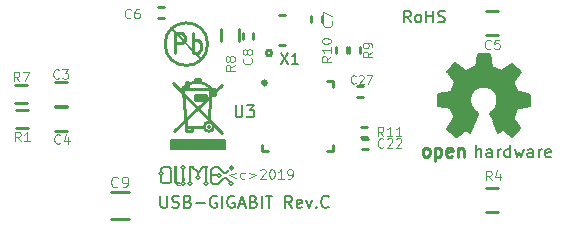
<source format=gbr>
G04 #@! TF.GenerationSoftware,KiCad,Pcbnew,5.99.0-unknown-efbc802~86~ubuntu18.04.1*
G04 #@! TF.CreationDate,2019-09-12T13:39:22+03:00*
G04 #@! TF.ProjectId,USB-GIGABIT_Rev_C,5553422d-4749-4474-9142-49545f526576,rev?*
G04 #@! TF.SameCoordinates,Original*
G04 #@! TF.FileFunction,Legend,Top*
G04 #@! TF.FilePolarity,Positive*
%FSLAX46Y46*%
G04 Gerber Fmt 4.6, Leading zero omitted, Abs format (unit mm)*
G04 Created by KiCad (PCBNEW 5.99.0-unknown-efbc802~86~ubuntu18.04.1) date 2019-09-12 13:39:22*
%MOMM*%
%LPD*%
G04 APERTURE LIST*
%ADD10C,0.100000*%
%ADD11C,0.200000*%
%ADD12C,0.254000*%
%ADD13C,0.150000*%
%ADD14C,0.127000*%
%ADD15C,0.420000*%
%ADD16C,0.370000*%
%ADD17C,0.400000*%
%ADD18C,0.380000*%
%ADD19C,1.000000*%
%ADD20C,0.010000*%
%ADD21C,0.062500*%
%ADD22C,0.012700*%
%ADD23C,0.180000*%
G04 APERTURE END LIST*
D10*
X78333857Y-75203071D02*
X77724333Y-75431642D01*
X78333857Y-75660214D01*
X79057666Y-75698309D02*
X78981476Y-75736404D01*
X78829095Y-75736404D01*
X78752904Y-75698309D01*
X78714809Y-75660214D01*
X78676714Y-75584023D01*
X78676714Y-75355452D01*
X78714809Y-75279261D01*
X78752904Y-75241166D01*
X78829095Y-75203071D01*
X78981476Y-75203071D01*
X79057666Y-75241166D01*
X79400523Y-75203071D02*
X80010047Y-75431642D01*
X79400523Y-75660214D01*
X80352904Y-75012595D02*
X80391000Y-74974500D01*
X80467190Y-74936404D01*
X80657666Y-74936404D01*
X80733857Y-74974500D01*
X80771952Y-75012595D01*
X80810047Y-75088785D01*
X80810047Y-75164976D01*
X80771952Y-75279261D01*
X80314809Y-75736404D01*
X80810047Y-75736404D01*
X81305285Y-74936404D02*
X81381476Y-74936404D01*
X81457666Y-74974500D01*
X81495761Y-75012595D01*
X81533857Y-75088785D01*
X81571952Y-75241166D01*
X81571952Y-75431642D01*
X81533857Y-75584023D01*
X81495761Y-75660214D01*
X81457666Y-75698309D01*
X81381476Y-75736404D01*
X81305285Y-75736404D01*
X81229095Y-75698309D01*
X81191000Y-75660214D01*
X81152904Y-75584023D01*
X81114809Y-75431642D01*
X81114809Y-75241166D01*
X81152904Y-75088785D01*
X81191000Y-75012595D01*
X81229095Y-74974500D01*
X81305285Y-74936404D01*
X82333857Y-75736404D02*
X81876714Y-75736404D01*
X82105285Y-75736404D02*
X82105285Y-74936404D01*
X82029095Y-75050690D01*
X81952904Y-75126880D01*
X81876714Y-75164976D01*
X82714809Y-75736404D02*
X82867190Y-75736404D01*
X82943380Y-75698309D01*
X82981476Y-75660214D01*
X83057666Y-75545928D01*
X83095761Y-75393547D01*
X83095761Y-75088785D01*
X83057666Y-75012595D01*
X83019571Y-74974500D01*
X82943380Y-74936404D01*
X82791000Y-74936404D01*
X82714809Y-74974500D01*
X82676714Y-75012595D01*
X82638619Y-75088785D01*
X82638619Y-75279261D01*
X82676714Y-75355452D01*
X82714809Y-75393547D01*
X82791000Y-75431642D01*
X82943380Y-75431642D01*
X83019571Y-75393547D01*
X83057666Y-75355452D01*
X83095761Y-75279261D01*
D11*
X93091142Y-62491880D02*
X92757809Y-62015690D01*
X92519714Y-62491880D02*
X92519714Y-61491880D01*
X92900666Y-61491880D01*
X92995904Y-61539500D01*
X93043523Y-61587119D01*
X93091142Y-61682357D01*
X93091142Y-61825214D01*
X93043523Y-61920452D01*
X92995904Y-61968071D01*
X92900666Y-62015690D01*
X92519714Y-62015690D01*
X93662571Y-62491880D02*
X93567333Y-62444261D01*
X93519714Y-62396642D01*
X93472095Y-62301404D01*
X93472095Y-62015690D01*
X93519714Y-61920452D01*
X93567333Y-61872833D01*
X93662571Y-61825214D01*
X93805428Y-61825214D01*
X93900666Y-61872833D01*
X93948285Y-61920452D01*
X93995904Y-62015690D01*
X93995904Y-62301404D01*
X93948285Y-62396642D01*
X93900666Y-62444261D01*
X93805428Y-62491880D01*
X93662571Y-62491880D01*
X94424476Y-62491880D02*
X94424476Y-61491880D01*
X94424476Y-61968071D02*
X94995904Y-61968071D01*
X94995904Y-62491880D02*
X94995904Y-61491880D01*
X95424476Y-62444261D02*
X95567333Y-62491880D01*
X95805428Y-62491880D01*
X95900666Y-62444261D01*
X95948285Y-62396642D01*
X95995904Y-62301404D01*
X95995904Y-62206166D01*
X95948285Y-62110928D01*
X95900666Y-62063309D01*
X95805428Y-62015690D01*
X95614952Y-61968071D01*
X95519714Y-61920452D01*
X95472095Y-61872833D01*
X95424476Y-61777595D01*
X95424476Y-61682357D01*
X95472095Y-61587119D01*
X95519714Y-61539500D01*
X95614952Y-61491880D01*
X95853047Y-61491880D01*
X95995904Y-61539500D01*
X71898761Y-77176380D02*
X71898761Y-77985904D01*
X71946380Y-78081142D01*
X71994000Y-78128761D01*
X72089238Y-78176380D01*
X72279714Y-78176380D01*
X72374952Y-78128761D01*
X72422571Y-78081142D01*
X72470190Y-77985904D01*
X72470190Y-77176380D01*
X72898761Y-78128761D02*
X73041619Y-78176380D01*
X73279714Y-78176380D01*
X73374952Y-78128761D01*
X73422571Y-78081142D01*
X73470190Y-77985904D01*
X73470190Y-77890666D01*
X73422571Y-77795428D01*
X73374952Y-77747809D01*
X73279714Y-77700190D01*
X73089238Y-77652571D01*
X72994000Y-77604952D01*
X72946380Y-77557333D01*
X72898761Y-77462095D01*
X72898761Y-77366857D01*
X72946380Y-77271619D01*
X72994000Y-77224000D01*
X73089238Y-77176380D01*
X73327333Y-77176380D01*
X73470190Y-77224000D01*
X74232095Y-77652571D02*
X74374952Y-77700190D01*
X74422571Y-77747809D01*
X74470190Y-77843047D01*
X74470190Y-77985904D01*
X74422571Y-78081142D01*
X74374952Y-78128761D01*
X74279714Y-78176380D01*
X73898761Y-78176380D01*
X73898761Y-77176380D01*
X74232095Y-77176380D01*
X74327333Y-77224000D01*
X74374952Y-77271619D01*
X74422571Y-77366857D01*
X74422571Y-77462095D01*
X74374952Y-77557333D01*
X74327333Y-77604952D01*
X74232095Y-77652571D01*
X73898761Y-77652571D01*
X74898761Y-77795428D02*
X75660666Y-77795428D01*
X76660666Y-77224000D02*
X76565428Y-77176380D01*
X76422571Y-77176380D01*
X76279714Y-77224000D01*
X76184476Y-77319238D01*
X76136857Y-77414476D01*
X76089238Y-77604952D01*
X76089238Y-77747809D01*
X76136857Y-77938285D01*
X76184476Y-78033523D01*
X76279714Y-78128761D01*
X76422571Y-78176380D01*
X76517809Y-78176380D01*
X76660666Y-78128761D01*
X76708285Y-78081142D01*
X76708285Y-77747809D01*
X76517809Y-77747809D01*
X77136857Y-78176380D02*
X77136857Y-77176380D01*
X78136857Y-77224000D02*
X78041619Y-77176380D01*
X77898761Y-77176380D01*
X77755904Y-77224000D01*
X77660666Y-77319238D01*
X77613047Y-77414476D01*
X77565428Y-77604952D01*
X77565428Y-77747809D01*
X77613047Y-77938285D01*
X77660666Y-78033523D01*
X77755904Y-78128761D01*
X77898761Y-78176380D01*
X77994000Y-78176380D01*
X78136857Y-78128761D01*
X78184476Y-78081142D01*
X78184476Y-77747809D01*
X77994000Y-77747809D01*
X78565428Y-77890666D02*
X79041619Y-77890666D01*
X78470190Y-78176380D02*
X78803523Y-77176380D01*
X79136857Y-78176380D01*
X79803523Y-77652571D02*
X79946380Y-77700190D01*
X79994000Y-77747809D01*
X80041619Y-77843047D01*
X80041619Y-77985904D01*
X79994000Y-78081142D01*
X79946380Y-78128761D01*
X79851142Y-78176380D01*
X79470190Y-78176380D01*
X79470190Y-77176380D01*
X79803523Y-77176380D01*
X79898761Y-77224000D01*
X79946380Y-77271619D01*
X79994000Y-77366857D01*
X79994000Y-77462095D01*
X79946380Y-77557333D01*
X79898761Y-77604952D01*
X79803523Y-77652571D01*
X79470190Y-77652571D01*
X80470190Y-78176380D02*
X80470190Y-77176380D01*
X80803523Y-77176380D02*
X81374952Y-77176380D01*
X81089238Y-78176380D02*
X81089238Y-77176380D01*
X83041619Y-78176380D02*
X82708285Y-77700190D01*
X82470190Y-78176380D02*
X82470190Y-77176380D01*
X82851142Y-77176380D01*
X82946380Y-77224000D01*
X82994000Y-77271619D01*
X83041619Y-77366857D01*
X83041619Y-77509714D01*
X82994000Y-77604952D01*
X82946380Y-77652571D01*
X82851142Y-77700190D01*
X82470190Y-77700190D01*
X83851142Y-78128761D02*
X83755904Y-78176380D01*
X83565428Y-78176380D01*
X83470190Y-78128761D01*
X83422571Y-78033523D01*
X83422571Y-77652571D01*
X83470190Y-77557333D01*
X83565428Y-77509714D01*
X83755904Y-77509714D01*
X83851142Y-77557333D01*
X83898761Y-77652571D01*
X83898761Y-77747809D01*
X83422571Y-77843047D01*
X84232095Y-77509714D02*
X84470190Y-78176380D01*
X84708285Y-77509714D01*
X85089238Y-78081142D02*
X85136857Y-78128761D01*
X85089238Y-78176380D01*
X85041619Y-78128761D01*
X85089238Y-78081142D01*
X85089238Y-78176380D01*
X86136857Y-78081142D02*
X86089238Y-78128761D01*
X85946380Y-78176380D01*
X85851142Y-78176380D01*
X85708285Y-78128761D01*
X85613047Y-78033523D01*
X85565428Y-77938285D01*
X85517809Y-77747809D01*
X85517809Y-77604952D01*
X85565428Y-77414476D01*
X85613047Y-77319238D01*
X85708285Y-77224000D01*
X85851142Y-77176380D01*
X85946380Y-77176380D01*
X86089238Y-77224000D01*
X86136857Y-77271619D01*
D12*
X80502800Y-73402700D02*
X80502800Y-72894700D01*
X81010800Y-73402700D02*
X80502800Y-73402700D01*
X86497200Y-73402700D02*
X85989200Y-73402700D01*
X86497200Y-72894700D02*
X86497200Y-73402700D01*
X86497200Y-67408300D02*
X85989200Y-67408300D01*
X86497200Y-67916300D02*
X86497200Y-67408300D01*
X80885605Y-67611500D02*
G75*
G03X80885605Y-67611500I-179605J0D01*
G01*
X88823800Y-68783200D02*
X88569800Y-68783200D01*
X88823800Y-68783200D02*
X89077800Y-68783200D01*
X88823800Y-67894200D02*
X89077800Y-67894200D01*
X88823800Y-67894200D02*
X88569800Y-67894200D01*
D13*
X77327500Y-72403500D02*
X77327500Y-73165500D01*
X72755500Y-72403500D02*
X77327500Y-72403500D01*
X72755500Y-73165500D02*
X72755500Y-72403500D01*
X77327500Y-73165500D02*
X72755500Y-73165500D01*
X77276700Y-72454300D02*
X72857100Y-72454300D01*
X72806300Y-72555900D02*
X77276700Y-72555900D01*
X77276700Y-72708300D02*
X72857100Y-72708300D01*
X77276700Y-72860700D02*
X72857100Y-72860700D01*
X72806300Y-72606700D02*
X77225900Y-72606700D01*
X72806300Y-72759100D02*
X77276700Y-72759100D01*
X77225900Y-72962300D02*
X72857100Y-72962300D01*
X72806300Y-73063900D02*
X77225900Y-73063900D01*
D12*
X72961500Y-67627500D02*
X77152500Y-71818500D01*
X73088500Y-71691500D02*
X77152500Y-67754500D01*
X74104500Y-71310500D02*
X75501500Y-71310500D01*
X74104500Y-71310500D02*
X73850500Y-68262500D01*
X73596500Y-68135500D02*
X76517500Y-68135500D01*
X74612500Y-71691500D02*
X74612500Y-71437500D01*
X74104500Y-71691500D02*
X74612500Y-71691500D01*
X74104500Y-71310500D02*
X74104500Y-71691500D01*
X76009500Y-70802500D02*
X76136500Y-68770500D01*
X76411109Y-71310500D02*
G75*
G03X76411109Y-71310500I-401609J0D01*
G01*
X74231500Y-67500500D02*
X74231500Y-68008500D01*
X74104500Y-67500500D02*
X74231500Y-67500500D01*
X74104500Y-68008500D02*
X74104500Y-67500500D01*
X76517500Y-68643500D02*
X76517500Y-68135500D01*
X76136500Y-68643500D02*
X76517500Y-68643500D01*
X76136500Y-68135500D02*
X76136500Y-68643500D01*
X76263500Y-68262500D02*
X76263500Y-68389500D01*
X76263500Y-68135500D02*
X76390500Y-68516500D01*
X76263500Y-68262500D02*
X76263500Y-68389500D01*
X76390500Y-68262500D02*
X76390500Y-68643500D01*
X76263500Y-68262500D02*
X76390500Y-68262500D01*
X76263500Y-68643500D02*
X76263500Y-68262500D01*
X74866500Y-69024500D02*
X74866500Y-68643500D01*
X75755500Y-69024500D02*
X74866500Y-69024500D01*
X75755500Y-68643500D02*
X75755500Y-69024500D01*
X74866500Y-68643500D02*
X75755500Y-68643500D01*
X74993500Y-68770500D02*
X75628500Y-68770500D01*
X75247500Y-67246500D02*
X74866500Y-67246500D01*
X75247500Y-67373500D02*
X75247500Y-67246500D01*
X74866500Y-67373500D02*
X75247500Y-67373500D01*
X74866500Y-67246500D02*
X74866500Y-67373500D01*
X76136500Y-68008500D02*
G75*
G03X73850500Y-68008500I-1143000J-1143000D01*
G01*
D14*
X76136500Y-71310500D02*
G75*
G03X76136500Y-71310500I-127000J0D01*
G01*
D12*
X75894037Y-64328040D02*
G75*
G03X75894037Y-64328040I-1802237J0D01*
G01*
D11*
X72931020Y-63164720D02*
X75364340Y-65585340D01*
D15*
X98049080Y-71638160D02*
X98600260Y-70215760D01*
D16*
X97703640Y-71452740D02*
X98021140Y-71658480D01*
D17*
X96913700Y-72001380D02*
X97693480Y-71470520D01*
D18*
X96337120Y-71462900D02*
X96901000Y-72001380D01*
D16*
X96352360Y-71462900D02*
X96885760Y-70629780D01*
X96527620Y-69702680D02*
X96885760Y-70586600D01*
X95549720Y-69461380D02*
X96499680Y-69679820D01*
D18*
X95559880Y-68684140D02*
X95554800Y-69471540D01*
D16*
X95547180Y-68671440D02*
X96565720Y-68491100D01*
X96596200Y-68455540D02*
X96944180Y-67589400D01*
X96367600Y-66687700D02*
X96923860Y-67538600D01*
D18*
X96357440Y-66664840D02*
X96857820Y-66131440D01*
D16*
X96906080Y-66106040D02*
X97734120Y-66758820D01*
X97795080Y-66748660D02*
X98640900Y-66342260D01*
X98899980Y-65308480D02*
X98694240Y-66321940D01*
X98892360Y-65295780D02*
X99677220Y-65295780D01*
X99659440Y-65316100D02*
X99872800Y-66334640D01*
X99872800Y-66334640D02*
X100774500Y-66784220D01*
X100787200Y-66779140D02*
X101691440Y-66144700D01*
X101691440Y-66146680D02*
X102245160Y-66692780D01*
X102245160Y-66695320D02*
X101627940Y-67485260D01*
X101627940Y-67485260D02*
X101968300Y-68422520D01*
X101968300Y-68422520D02*
X103050340Y-68651120D01*
X103050340Y-68651120D02*
X103050340Y-69486780D01*
X103050340Y-69486780D02*
X102036880Y-69656960D01*
X102036880Y-69656960D02*
X101630480Y-70568820D01*
X101681280Y-72016620D02*
X100845620Y-71450200D01*
X100845620Y-71450200D02*
X100507800Y-71635620D01*
X100507800Y-71635620D02*
X99933760Y-70195440D01*
X99943920Y-70192900D02*
G75*
G03X100314760Y-68328540I-746760J1117600D01*
G01*
X100324920Y-68343780D02*
G75*
G03X98399600Y-68145660I-1061720J-863600D01*
G01*
X98374200Y-68171060D02*
G75*
G03X98450400Y-70025260I965200J-889000D01*
G01*
X101630480Y-70568820D02*
X102250240Y-71455280D01*
X101696520Y-72009000D02*
X102250240Y-71462900D01*
D13*
X98130360Y-71818500D02*
X98780600Y-70149720D01*
X97746820Y-71615300D02*
X98092260Y-71836280D01*
X97734120Y-71605140D02*
X96908620Y-72169020D01*
X96901000Y-72176640D02*
X96179640Y-71483220D01*
X96172020Y-71480680D02*
X96768920Y-70617080D01*
X95410020Y-69573140D02*
X96481900Y-69768720D01*
X95410020Y-68580000D02*
X95410020Y-69565520D01*
X95407480Y-68577460D02*
X96578420Y-68374260D01*
X96476820Y-68379340D02*
X96812100Y-67546220D01*
X96215200Y-66695320D02*
X96809560Y-67548760D01*
X96194880Y-66659760D02*
X96867980Y-65946020D01*
X96880680Y-65943480D02*
X97850960Y-66659760D01*
X97815400Y-66591180D02*
X98719640Y-66212720D01*
X98803460Y-65196720D02*
X98602800Y-66222880D01*
X98813620Y-65189100D02*
X99778820Y-65189100D01*
X99778820Y-65189100D02*
X100004880Y-66360040D01*
X99994720Y-66278760D02*
X100799900Y-66616580D01*
X100680520Y-66664840D02*
X101691440Y-65991740D01*
X101696520Y-65989200D02*
X102389940Y-66680080D01*
X102395020Y-66687700D02*
X101691440Y-67678300D01*
X101780340Y-67569080D02*
X102146100Y-68437760D01*
X103083360Y-69339460D02*
X101975920Y-69562980D01*
X103167180Y-68597780D02*
X103164640Y-69555360D01*
X102029260Y-69786500D02*
X103151940Y-69575680D01*
X102133400Y-69753480D02*
X101752400Y-70733920D01*
X102100380Y-71389240D02*
X101615240Y-71920100D01*
X101704140Y-72163940D02*
X102387400Y-71473060D01*
X100817680Y-71549260D02*
X101693980Y-72169020D01*
X101681280Y-71854060D02*
X100860860Y-71325740D01*
X100998020Y-71521320D02*
X100469700Y-71848980D01*
X100469700Y-71848980D02*
X100083620Y-70868540D01*
X100078540Y-70170040D02*
X100606860Y-71551800D01*
X95702120Y-68767960D02*
X95702120Y-69418200D01*
X95559880Y-68823840D02*
X96674940Y-68577460D01*
X97088960Y-67556380D02*
X96702880Y-68554600D01*
X97094040Y-67561460D02*
X96492060Y-66652140D01*
X96850200Y-66207640D02*
X97734120Y-66929000D01*
X100121720Y-70228460D02*
X100299520Y-70106540D01*
X100299520Y-70106540D02*
X100675440Y-69395340D01*
X100675440Y-69395340D02*
X100675440Y-68877180D01*
X100680520Y-68889880D02*
X100446840Y-68216780D01*
X100446840Y-68216780D02*
X99936300Y-67787520D01*
X99936300Y-67787520D02*
X99120960Y-67627500D01*
X99120960Y-67619880D02*
X98249740Y-68049140D01*
X98249740Y-68049140D02*
X97830640Y-68780660D01*
X97825560Y-68785740D02*
X97957640Y-69608700D01*
X97962720Y-69639180D02*
X98056700Y-69809360D01*
X97962720Y-69639180D02*
X98056700Y-69809360D01*
X98186240Y-69860160D02*
X98445320Y-70197980D01*
X98554540Y-69974460D02*
X98780600Y-70149720D01*
X100055680Y-69977000D02*
X99801680Y-70142100D01*
X99918520Y-70431660D02*
X99796600Y-70147180D01*
X97739200Y-66926460D02*
X98722180Y-66433700D01*
X98069400Y-69839840D02*
X98376740Y-70106540D01*
D19*
X97053400Y-71269860D02*
X97906840Y-70248780D01*
X96017080Y-69065140D02*
X97434400Y-69004180D01*
X97002600Y-66779140D02*
X98064320Y-67886580D01*
X99263200Y-65803780D02*
X99268280Y-67317620D01*
X101528880Y-66860420D02*
X100416360Y-67927220D01*
X102519480Y-69044820D02*
X101051360Y-69131180D01*
X97729040Y-71097140D02*
X98094800Y-70335140D01*
X97063560Y-70197980D02*
X97627440Y-69717920D01*
X96814640Y-69552820D02*
X97520760Y-69425820D01*
X97139760Y-68308220D02*
X97581720Y-68468240D01*
X97315020Y-67828160D02*
X97772220Y-68117720D01*
X98313240Y-67050920D02*
X98488500Y-67409060D01*
X98747580Y-66791840D02*
X98915220Y-67401440D01*
X100012500Y-66807080D02*
X99791520Y-67492880D01*
X100599240Y-67058540D02*
X100180140Y-67645280D01*
X101467920Y-67927220D02*
X100812600Y-68292980D01*
X101709220Y-68620640D02*
X100987860Y-68767960D01*
X100873560Y-69778880D02*
X101483160Y-69885560D01*
X100553520Y-70197980D02*
X101170740Y-70525640D01*
X100439220Y-70335140D02*
X101620320Y-71348600D01*
X100439220Y-70243700D02*
X100771960Y-70975220D01*
D13*
X72156339Y-75285600D02*
G75*
G03X72156339Y-75285600I-172739J0D01*
G01*
D11*
X72618600Y-74766700D02*
X72771000Y-74917300D01*
X72771000Y-74955400D02*
X72771000Y-75958700D01*
X72631300Y-76123800D02*
X72771000Y-75984100D01*
X71983600Y-75514200D02*
X71983600Y-75958700D01*
X73126600Y-74764900D02*
X73126600Y-75946000D01*
X73126600Y-75946000D02*
X73304400Y-76111100D01*
X73304400Y-76111100D02*
X73583800Y-76111100D01*
D13*
X73985139Y-76123800D02*
G75*
G03X73985139Y-76123800I-172739J0D01*
G01*
D11*
X73812400Y-74980800D02*
X73812400Y-75692000D01*
D13*
X73985139Y-74752200D02*
G75*
G03X73985139Y-74752200I-172739J0D01*
G01*
X74556639Y-76123800D02*
G75*
G03X74556639Y-76123800I-172739J0D01*
G01*
D11*
X74383900Y-75907900D02*
X74383900Y-74739500D01*
X74383900Y-74739500D02*
X74612500Y-74739500D01*
X74612500Y-74739500D02*
X75057000Y-75184000D01*
X75057000Y-75184000D02*
X75057000Y-75387200D01*
X75057000Y-75209400D02*
X75539600Y-74739500D01*
D13*
X75229739Y-75615800D02*
G75*
G03X75229739Y-75615800I-172739J0D01*
G01*
D11*
X75539600Y-74739500D02*
X75755500Y-74739500D01*
X75755500Y-74739500D02*
X75755500Y-75869800D01*
D13*
X75928239Y-76123800D02*
G75*
G03X75928239Y-76123800I-172739J0D01*
G01*
X78061839Y-76136500D02*
G75*
G03X78061839Y-76136500I-172739J0D01*
G01*
D11*
X77774800Y-75971400D02*
X77482700Y-75679300D01*
X77482700Y-75679300D02*
X77292200Y-75679300D01*
X77292200Y-75679300D02*
X76784200Y-76187300D01*
X76784200Y-76187300D02*
X76390500Y-76187300D01*
X76390500Y-76187300D02*
X76225400Y-76009500D01*
X76225400Y-76009500D02*
X76225400Y-75438000D01*
X76225400Y-74942700D02*
X76403200Y-74764900D01*
X76225400Y-75450700D02*
X76225400Y-74942700D01*
X76403200Y-74764900D02*
X76796900Y-74764900D01*
X76796900Y-74764900D02*
X77292200Y-75260200D01*
X77292200Y-75260200D02*
X77495400Y-75260200D01*
X77495400Y-75260200D02*
X77749400Y-75006200D01*
D13*
X78074539Y-74828400D02*
G75*
G03X78074539Y-74828400I-172739J0D01*
G01*
D11*
X76657200Y-75438000D02*
X76225400Y-75438000D01*
D13*
X77033139Y-75438000D02*
G75*
G03X77033139Y-75438000I-172739J0D01*
G01*
D11*
X72136000Y-74764900D02*
X72618600Y-74764900D01*
X71983600Y-74917300D02*
X72136000Y-74764900D01*
X71983600Y-75082400D02*
X71983600Y-74917300D01*
X72136000Y-76123800D02*
X71983600Y-75984100D01*
X72631300Y-76123800D02*
X72136000Y-76123800D01*
D20*
X73025000Y-74663300D02*
X73025000Y-75958700D01*
X73126600Y-74663300D02*
X73025000Y-74663300D01*
X73025000Y-75984100D02*
X73266300Y-76212700D01*
X73025000Y-75971400D02*
X73025000Y-75984100D01*
X73025000Y-75958700D02*
X73025000Y-75971400D01*
X73037700Y-75996800D02*
X73025000Y-75971400D01*
X73266300Y-76212700D02*
X73583800Y-76212700D01*
X73279000Y-76212700D02*
X73266300Y-76200000D01*
X73228200Y-74663300D02*
X73228200Y-75920600D01*
X73126600Y-74663300D02*
X73228200Y-74663300D01*
D21*
X73052940Y-74693780D02*
X73101200Y-74693780D01*
X73149460Y-74696320D02*
X73197720Y-74696320D01*
D22*
X73032620Y-74665840D02*
X73032620Y-74739500D01*
X73218040Y-74665840D02*
X73218040Y-74744580D01*
X73906380Y-75791060D02*
X73715880Y-75791060D01*
X73906380Y-75694540D02*
X73906380Y-75791060D01*
X73715880Y-75791060D02*
X73715880Y-74968100D01*
X73720960Y-75778360D02*
X73903840Y-75778360D01*
X73718420Y-75765660D02*
X73901300Y-75765660D01*
X73718420Y-75752960D02*
X73901300Y-75752960D01*
X73718420Y-75740260D02*
X73903840Y-75740260D01*
X74289920Y-74645520D02*
X74617580Y-74645520D01*
X74289920Y-74742040D02*
X74289920Y-74645520D01*
X74343260Y-74658220D02*
X74297540Y-74658220D01*
X74300080Y-74650600D02*
X74300080Y-74691240D01*
X74302620Y-74670920D02*
X74317860Y-74670920D01*
X75849480Y-74645520D02*
X75849480Y-74742040D01*
X75763120Y-74645520D02*
X75849480Y-74645520D01*
X75803760Y-74655680D02*
X75841860Y-74655680D01*
X75839320Y-74660760D02*
X75839320Y-74691240D01*
X75816460Y-74665840D02*
X75836780Y-74665840D01*
X75831700Y-74663300D02*
X75831700Y-74678540D01*
D12*
X89150000Y-71305500D02*
X89404000Y-71305500D01*
X89150000Y-71305500D02*
X88896000Y-71305500D01*
X89150000Y-72194500D02*
X88896000Y-72194500D01*
X89150000Y-72194500D02*
X89404000Y-72194500D01*
X64008000Y-69557900D02*
X62992000Y-69557900D01*
X64008000Y-67525900D02*
X62992000Y-67525900D01*
X64033400Y-71691500D02*
X63017400Y-71691500D01*
X64033400Y-69659500D02*
X63017400Y-69659500D01*
X100520500Y-63563500D02*
X99504500Y-63563500D01*
X100520500Y-61531500D02*
X99504500Y-61531500D01*
X71953500Y-62087000D02*
X71699500Y-62087000D01*
X71953500Y-62087000D02*
X72207500Y-62087000D01*
X71953500Y-61198000D02*
X72207500Y-61198000D01*
X71953500Y-61198000D02*
X71699500Y-61198000D01*
X84653500Y-62214000D02*
X84653500Y-61960000D01*
X84653500Y-62214000D02*
X84653500Y-62468000D01*
X85542500Y-62214000D02*
X85542500Y-62468000D01*
X85542500Y-62214000D02*
X85542500Y-61960000D01*
X79764000Y-63674500D02*
X79764000Y-63928500D01*
X79764000Y-63674500D02*
X79764000Y-63420500D01*
X78875000Y-63674500D02*
X78875000Y-63420500D01*
X78875000Y-63674500D02*
X78875000Y-63928500D01*
X69262000Y-76857000D02*
X67738000Y-76857000D01*
X69262000Y-79143000D02*
X67738000Y-79143000D01*
X89187400Y-73244500D02*
X88933400Y-73244500D01*
X89187400Y-73244500D02*
X89441400Y-73244500D01*
X89187400Y-72355500D02*
X89441400Y-72355500D01*
X89187400Y-72355500D02*
X88933400Y-72355500D01*
X100520500Y-78549500D02*
X99504500Y-78549500D01*
X100520500Y-76517500D02*
X99504500Y-76517500D01*
X77033500Y-64055500D02*
X77033500Y-63039500D01*
X78557500Y-64055500D02*
X78557500Y-63039500D01*
X87905500Y-64850000D02*
X87905500Y-64596000D01*
X87905500Y-64850000D02*
X87905500Y-65104000D01*
X88794500Y-64850000D02*
X88794500Y-65104000D01*
X88794500Y-64850000D02*
X88794500Y-64596000D01*
X86804500Y-64850000D02*
X86804500Y-64596000D01*
X86804500Y-64850000D02*
X86804500Y-65104000D01*
X87693500Y-64850000D02*
X87693500Y-65104000D01*
X87693500Y-64850000D02*
X87693500Y-64596000D01*
X59677300Y-69926200D02*
X60693300Y-69926200D01*
X59677300Y-71450200D02*
X60693300Y-71450200D01*
X59588400Y-67779900D02*
X60604400Y-67779900D01*
X59588400Y-69303900D02*
X60604400Y-69303900D01*
X81343500Y-65074800D02*
G75*
G03X81343500Y-65074800I-254000J0D01*
G01*
X82486500Y-64439800D02*
X81978500Y-64439800D01*
X82486500Y-61899800D02*
X81978500Y-61899800D01*
D13*
X78266095Y-69509480D02*
X78266095Y-70319004D01*
X78313714Y-70414242D01*
X78361333Y-70461861D01*
X78456571Y-70509480D01*
X78647047Y-70509480D01*
X78742285Y-70461861D01*
X78789904Y-70414242D01*
X78837523Y-70319004D01*
X78837523Y-69509480D01*
X79218476Y-69509480D02*
X79837523Y-69509480D01*
X79504190Y-69890433D01*
X79647047Y-69890433D01*
X79742285Y-69938052D01*
X79789904Y-69985671D01*
X79837523Y-70080909D01*
X79837523Y-70319004D01*
X79789904Y-70414242D01*
X79742285Y-70461861D01*
X79647047Y-70509480D01*
X79361333Y-70509480D01*
X79266095Y-70461861D01*
X79218476Y-70414242D01*
D10*
X88450000Y-67600000D02*
X88416666Y-67633333D01*
X88316666Y-67666666D01*
X88250000Y-67666666D01*
X88150000Y-67633333D01*
X88083333Y-67566666D01*
X88050000Y-67500000D01*
X88016666Y-67366666D01*
X88016666Y-67266666D01*
X88050000Y-67133333D01*
X88083333Y-67066666D01*
X88150000Y-67000000D01*
X88250000Y-66966666D01*
X88316666Y-66966666D01*
X88416666Y-67000000D01*
X88450000Y-67033333D01*
X88716666Y-67033333D02*
X88750000Y-67000000D01*
X88816666Y-66966666D01*
X88983333Y-66966666D01*
X89050000Y-67000000D01*
X89083333Y-67033333D01*
X89116666Y-67100000D01*
X89116666Y-67166666D01*
X89083333Y-67266666D01*
X88683333Y-67666666D01*
X89116666Y-67666666D01*
X89350000Y-66966666D02*
X89816666Y-66966666D01*
X89516666Y-67666666D01*
D12*
X73137211Y-65076767D02*
X73137211Y-63376767D01*
X73708640Y-63376767D01*
X73851497Y-63457720D01*
X73922925Y-63538672D01*
X73994354Y-63700577D01*
X73994354Y-63943434D01*
X73922925Y-64105339D01*
X73851497Y-64186291D01*
X73708640Y-64267243D01*
X73137211Y-64267243D01*
X74637211Y-65076767D02*
X74637211Y-63376767D01*
X74637211Y-64024386D02*
X74780068Y-63943434D01*
X75065782Y-63943434D01*
X75208640Y-64024386D01*
X75280068Y-64105339D01*
X75351497Y-64267243D01*
X75351497Y-64752958D01*
X75280068Y-64914862D01*
X75208640Y-64995815D01*
X75065782Y-65076767D01*
X74780068Y-65076767D01*
X74637211Y-64995815D01*
X94329601Y-73850279D02*
X94224840Y-73797898D01*
X94172459Y-73745517D01*
X94120078Y-73640755D01*
X94120078Y-73326469D01*
X94172459Y-73221707D01*
X94224840Y-73169326D01*
X94329601Y-73116945D01*
X94486744Y-73116945D01*
X94591506Y-73169326D01*
X94643887Y-73221707D01*
X94696268Y-73326469D01*
X94696268Y-73640755D01*
X94643887Y-73745517D01*
X94591506Y-73797898D01*
X94486744Y-73850279D01*
X94329601Y-73850279D01*
X95167697Y-73116945D02*
X95167697Y-74216945D01*
X95167697Y-73169326D02*
X95272459Y-73116945D01*
X95481982Y-73116945D01*
X95586744Y-73169326D01*
X95639125Y-73221707D01*
X95691506Y-73326469D01*
X95691506Y-73640755D01*
X95639125Y-73745517D01*
X95586744Y-73797898D01*
X95481982Y-73850279D01*
X95272459Y-73850279D01*
X95167697Y-73797898D01*
X96581982Y-73797898D02*
X96477220Y-73850279D01*
X96267697Y-73850279D01*
X96162935Y-73797898D01*
X96110554Y-73693136D01*
X96110554Y-73274088D01*
X96162935Y-73169326D01*
X96267697Y-73116945D01*
X96477220Y-73116945D01*
X96581982Y-73169326D01*
X96634363Y-73274088D01*
X96634363Y-73378850D01*
X96110554Y-73483612D01*
X97105792Y-73116945D02*
X97105792Y-73850279D01*
X97105792Y-73221707D02*
X97158173Y-73169326D01*
X97262935Y-73116945D01*
X97420078Y-73116945D01*
X97524840Y-73169326D01*
X97577220Y-73274088D01*
X97577220Y-73850279D01*
D23*
X98645102Y-73896480D02*
X98645102Y-72896480D01*
X99073674Y-73896480D02*
X99073674Y-73372671D01*
X99026055Y-73277433D01*
X98930817Y-73229814D01*
X98787960Y-73229814D01*
X98692721Y-73277433D01*
X98645102Y-73325052D01*
X99978436Y-73896480D02*
X99978436Y-73372671D01*
X99930817Y-73277433D01*
X99835579Y-73229814D01*
X99645102Y-73229814D01*
X99549864Y-73277433D01*
X99978436Y-73848861D02*
X99883198Y-73896480D01*
X99645102Y-73896480D01*
X99549864Y-73848861D01*
X99502245Y-73753623D01*
X99502245Y-73658385D01*
X99549864Y-73563147D01*
X99645102Y-73515528D01*
X99883198Y-73515528D01*
X99978436Y-73467909D01*
X100454626Y-73896480D02*
X100454626Y-73229814D01*
X100454626Y-73420290D02*
X100502245Y-73325052D01*
X100549864Y-73277433D01*
X100645102Y-73229814D01*
X100740340Y-73229814D01*
X101502245Y-73896480D02*
X101502245Y-72896480D01*
X101502245Y-73848861D02*
X101407007Y-73896480D01*
X101216531Y-73896480D01*
X101121293Y-73848861D01*
X101073674Y-73801242D01*
X101026055Y-73706004D01*
X101026055Y-73420290D01*
X101073674Y-73325052D01*
X101121293Y-73277433D01*
X101216531Y-73229814D01*
X101407007Y-73229814D01*
X101502245Y-73277433D01*
X101883198Y-73229814D02*
X102073674Y-73896480D01*
X102264150Y-73420290D01*
X102454626Y-73896480D01*
X102645102Y-73229814D01*
X103454626Y-73896480D02*
X103454626Y-73372671D01*
X103407007Y-73277433D01*
X103311769Y-73229814D01*
X103121293Y-73229814D01*
X103026055Y-73277433D01*
X103454626Y-73848861D02*
X103359388Y-73896480D01*
X103121293Y-73896480D01*
X103026055Y-73848861D01*
X102978436Y-73753623D01*
X102978436Y-73658385D01*
X103026055Y-73563147D01*
X103121293Y-73515528D01*
X103359388Y-73515528D01*
X103454626Y-73467909D01*
X103930817Y-73896480D02*
X103930817Y-73229814D01*
X103930817Y-73420290D02*
X103978436Y-73325052D01*
X104026055Y-73277433D01*
X104121293Y-73229814D01*
X104216531Y-73229814D01*
X104930817Y-73848861D02*
X104835579Y-73896480D01*
X104645102Y-73896480D01*
X104549864Y-73848861D01*
X104502245Y-73753623D01*
X104502245Y-73372671D01*
X104549864Y-73277433D01*
X104645102Y-73229814D01*
X104835579Y-73229814D01*
X104930817Y-73277433D01*
X104978436Y-73372671D01*
X104978436Y-73467909D01*
X104502245Y-73563147D01*
D10*
X90785714Y-72111904D02*
X90519047Y-71730952D01*
X90328571Y-72111904D02*
X90328571Y-71311904D01*
X90633333Y-71311904D01*
X90709523Y-71350000D01*
X90747619Y-71388095D01*
X90785714Y-71464285D01*
X90785714Y-71578571D01*
X90747619Y-71654761D01*
X90709523Y-71692857D01*
X90633333Y-71730952D01*
X90328571Y-71730952D01*
X91547619Y-72111904D02*
X91090476Y-72111904D01*
X91319047Y-72111904D02*
X91319047Y-71311904D01*
X91242857Y-71426190D01*
X91166666Y-71502380D01*
X91090476Y-71540476D01*
X92309523Y-72111904D02*
X91852380Y-72111904D01*
X92080952Y-72111904D02*
X92080952Y-71311904D01*
X92004761Y-71426190D01*
X91928571Y-71502380D01*
X91852380Y-71540476D01*
X63316666Y-67185714D02*
X63278571Y-67223809D01*
X63164285Y-67261904D01*
X63088095Y-67261904D01*
X62973809Y-67223809D01*
X62897619Y-67147619D01*
X62859523Y-67071428D01*
X62821428Y-66919047D01*
X62821428Y-66804761D01*
X62859523Y-66652380D01*
X62897619Y-66576190D01*
X62973809Y-66500000D01*
X63088095Y-66461904D01*
X63164285Y-66461904D01*
X63278571Y-66500000D01*
X63316666Y-66538095D01*
X63583333Y-66461904D02*
X64078571Y-66461904D01*
X63811904Y-66766666D01*
X63926190Y-66766666D01*
X64002380Y-66804761D01*
X64040476Y-66842857D01*
X64078571Y-66919047D01*
X64078571Y-67109523D01*
X64040476Y-67185714D01*
X64002380Y-67223809D01*
X63926190Y-67261904D01*
X63697619Y-67261904D01*
X63621428Y-67223809D01*
X63583333Y-67185714D01*
X63416666Y-72685714D02*
X63378571Y-72723809D01*
X63264285Y-72761904D01*
X63188095Y-72761904D01*
X63073809Y-72723809D01*
X62997619Y-72647619D01*
X62959523Y-72571428D01*
X62921428Y-72419047D01*
X62921428Y-72304761D01*
X62959523Y-72152380D01*
X62997619Y-72076190D01*
X63073809Y-72000000D01*
X63188095Y-71961904D01*
X63264285Y-71961904D01*
X63378571Y-72000000D01*
X63416666Y-72038095D01*
X64102380Y-72228571D02*
X64102380Y-72761904D01*
X63911904Y-71923809D02*
X63721428Y-72495238D01*
X64216666Y-72495238D01*
X99866666Y-64685714D02*
X99828571Y-64723809D01*
X99714285Y-64761904D01*
X99638095Y-64761904D01*
X99523809Y-64723809D01*
X99447619Y-64647619D01*
X99409523Y-64571428D01*
X99371428Y-64419047D01*
X99371428Y-64304761D01*
X99409523Y-64152380D01*
X99447619Y-64076190D01*
X99523809Y-64000000D01*
X99638095Y-63961904D01*
X99714285Y-63961904D01*
X99828571Y-64000000D01*
X99866666Y-64038095D01*
X100590476Y-63961904D02*
X100209523Y-63961904D01*
X100171428Y-64342857D01*
X100209523Y-64304761D01*
X100285714Y-64266666D01*
X100476190Y-64266666D01*
X100552380Y-64304761D01*
X100590476Y-64342857D01*
X100628571Y-64419047D01*
X100628571Y-64609523D01*
X100590476Y-64685714D01*
X100552380Y-64723809D01*
X100476190Y-64761904D01*
X100285714Y-64761904D01*
X100209523Y-64723809D01*
X100171428Y-64685714D01*
X69399166Y-62071214D02*
X69361071Y-62109309D01*
X69246785Y-62147404D01*
X69170595Y-62147404D01*
X69056309Y-62109309D01*
X68980119Y-62033119D01*
X68942023Y-61956928D01*
X68903928Y-61804547D01*
X68903928Y-61690261D01*
X68942023Y-61537880D01*
X68980119Y-61461690D01*
X69056309Y-61385500D01*
X69170595Y-61347404D01*
X69246785Y-61347404D01*
X69361071Y-61385500D01*
X69399166Y-61423595D01*
X70084880Y-61347404D02*
X69932500Y-61347404D01*
X69856309Y-61385500D01*
X69818214Y-61423595D01*
X69742023Y-61537880D01*
X69703928Y-61690261D01*
X69703928Y-61995023D01*
X69742023Y-62071214D01*
X69780119Y-62109309D01*
X69856309Y-62147404D01*
X70008690Y-62147404D01*
X70084880Y-62109309D01*
X70122976Y-62071214D01*
X70161071Y-61995023D01*
X70161071Y-61804547D01*
X70122976Y-61728357D01*
X70084880Y-61690261D01*
X70008690Y-61652166D01*
X69856309Y-61652166D01*
X69780119Y-61690261D01*
X69742023Y-61728357D01*
X69703928Y-61804547D01*
X86391714Y-62401433D02*
X86429809Y-62439528D01*
X86467904Y-62553814D01*
X86467904Y-62630004D01*
X86429809Y-62744290D01*
X86353619Y-62820480D01*
X86277428Y-62858576D01*
X86125047Y-62896671D01*
X86010761Y-62896671D01*
X85858380Y-62858576D01*
X85782190Y-62820480D01*
X85706000Y-62744290D01*
X85667904Y-62630004D01*
X85667904Y-62553814D01*
X85706000Y-62439528D01*
X85744095Y-62401433D01*
X85667904Y-62134766D02*
X85667904Y-61601433D01*
X86467904Y-61944290D01*
X79597214Y-65538333D02*
X79635309Y-65576428D01*
X79673404Y-65690714D01*
X79673404Y-65766904D01*
X79635309Y-65881190D01*
X79559119Y-65957380D01*
X79482928Y-65995476D01*
X79330547Y-66033571D01*
X79216261Y-66033571D01*
X79063880Y-65995476D01*
X78987690Y-65957380D01*
X78911500Y-65881190D01*
X78873404Y-65766904D01*
X78873404Y-65690714D01*
X78911500Y-65576428D01*
X78949595Y-65538333D01*
X79216261Y-65081190D02*
X79178166Y-65157380D01*
X79140071Y-65195476D01*
X79063880Y-65233571D01*
X79025785Y-65233571D01*
X78949595Y-65195476D01*
X78911500Y-65157380D01*
X78873404Y-65081190D01*
X78873404Y-64928809D01*
X78911500Y-64852619D01*
X78949595Y-64814523D01*
X79025785Y-64776428D01*
X79063880Y-64776428D01*
X79140071Y-64814523D01*
X79178166Y-64852619D01*
X79216261Y-64928809D01*
X79216261Y-65081190D01*
X79254357Y-65157380D01*
X79292452Y-65195476D01*
X79368642Y-65233571D01*
X79521023Y-65233571D01*
X79597214Y-65195476D01*
X79635309Y-65157380D01*
X79673404Y-65081190D01*
X79673404Y-64928809D01*
X79635309Y-64852619D01*
X79597214Y-64814523D01*
X79521023Y-64776428D01*
X79368642Y-64776428D01*
X79292452Y-64814523D01*
X79254357Y-64852619D01*
X79216261Y-64928809D01*
X68300000Y-76371428D02*
X68257142Y-76414285D01*
X68128571Y-76457142D01*
X68042857Y-76457142D01*
X67914285Y-76414285D01*
X67828571Y-76328571D01*
X67785714Y-76242857D01*
X67742857Y-76071428D01*
X67742857Y-75942857D01*
X67785714Y-75771428D01*
X67828571Y-75685714D01*
X67914285Y-75600000D01*
X68042857Y-75557142D01*
X68128571Y-75557142D01*
X68257142Y-75600000D01*
X68300000Y-75642857D01*
X68728571Y-76457142D02*
X68900000Y-76457142D01*
X68985714Y-76414285D01*
X69028571Y-76371428D01*
X69114285Y-76242857D01*
X69157142Y-76071428D01*
X69157142Y-75728571D01*
X69114285Y-75642857D01*
X69071428Y-75600000D01*
X68985714Y-75557142D01*
X68814285Y-75557142D01*
X68728571Y-75600000D01*
X68685714Y-75642857D01*
X68642857Y-75728571D01*
X68642857Y-75942857D01*
X68685714Y-76028571D01*
X68728571Y-76071428D01*
X68814285Y-76114285D01*
X68985714Y-76114285D01*
X69071428Y-76071428D01*
X69114285Y-76028571D01*
X69157142Y-75942857D01*
X90785714Y-73035714D02*
X90747619Y-73073809D01*
X90633333Y-73111904D01*
X90557142Y-73111904D01*
X90442857Y-73073809D01*
X90366666Y-72997619D01*
X90328571Y-72921428D01*
X90290476Y-72769047D01*
X90290476Y-72654761D01*
X90328571Y-72502380D01*
X90366666Y-72426190D01*
X90442857Y-72350000D01*
X90557142Y-72311904D01*
X90633333Y-72311904D01*
X90747619Y-72350000D01*
X90785714Y-72388095D01*
X91090476Y-72388095D02*
X91128571Y-72350000D01*
X91204761Y-72311904D01*
X91395238Y-72311904D01*
X91471428Y-72350000D01*
X91509523Y-72388095D01*
X91547619Y-72464285D01*
X91547619Y-72540476D01*
X91509523Y-72654761D01*
X91052380Y-73111904D01*
X91547619Y-73111904D01*
X91852380Y-72388095D02*
X91890476Y-72350000D01*
X91966666Y-72311904D01*
X92157142Y-72311904D01*
X92233333Y-72350000D01*
X92271428Y-72388095D01*
X92309523Y-72464285D01*
X92309523Y-72540476D01*
X92271428Y-72654761D01*
X91814285Y-73111904D01*
X92309523Y-73111904D01*
X99942666Y-75863404D02*
X99676000Y-75482452D01*
X99485523Y-75863404D02*
X99485523Y-75063404D01*
X99790285Y-75063404D01*
X99866476Y-75101500D01*
X99904571Y-75139595D01*
X99942666Y-75215785D01*
X99942666Y-75330071D01*
X99904571Y-75406261D01*
X99866476Y-75444357D01*
X99790285Y-75482452D01*
X99485523Y-75482452D01*
X100628380Y-75330071D02*
X100628380Y-75863404D01*
X100437904Y-75025309D02*
X100247428Y-75596738D01*
X100742666Y-75596738D01*
X78212904Y-66109833D02*
X77831952Y-66376500D01*
X78212904Y-66566976D02*
X77412904Y-66566976D01*
X77412904Y-66262214D01*
X77451000Y-66186023D01*
X77489095Y-66147928D01*
X77565285Y-66109833D01*
X77679571Y-66109833D01*
X77755761Y-66147928D01*
X77793857Y-66186023D01*
X77831952Y-66262214D01*
X77831952Y-66566976D01*
X77755761Y-65652690D02*
X77717666Y-65728880D01*
X77679571Y-65766976D01*
X77603380Y-65805071D01*
X77565285Y-65805071D01*
X77489095Y-65766976D01*
X77451000Y-65728880D01*
X77412904Y-65652690D01*
X77412904Y-65500309D01*
X77451000Y-65424119D01*
X77489095Y-65386023D01*
X77565285Y-65347928D01*
X77603380Y-65347928D01*
X77679571Y-65386023D01*
X77717666Y-65424119D01*
X77755761Y-65500309D01*
X77755761Y-65652690D01*
X77793857Y-65728880D01*
X77831952Y-65766976D01*
X77908142Y-65805071D01*
X78060523Y-65805071D01*
X78136714Y-65766976D01*
X78174809Y-65728880D01*
X78212904Y-65652690D01*
X78212904Y-65500309D01*
X78174809Y-65424119D01*
X78136714Y-65386023D01*
X78060523Y-65347928D01*
X77908142Y-65347928D01*
X77831952Y-65386023D01*
X77793857Y-65424119D01*
X77755761Y-65500309D01*
X89854904Y-64983333D02*
X89473952Y-65250000D01*
X89854904Y-65440476D02*
X89054904Y-65440476D01*
X89054904Y-65135714D01*
X89093000Y-65059523D01*
X89131095Y-65021428D01*
X89207285Y-64983333D01*
X89321571Y-64983333D01*
X89397761Y-65021428D01*
X89435857Y-65059523D01*
X89473952Y-65135714D01*
X89473952Y-65440476D01*
X89854904Y-64602380D02*
X89854904Y-64450000D01*
X89816809Y-64373809D01*
X89778714Y-64335714D01*
X89664428Y-64259523D01*
X89512047Y-64221428D01*
X89207285Y-64221428D01*
X89131095Y-64259523D01*
X89093000Y-64297619D01*
X89054904Y-64373809D01*
X89054904Y-64526190D01*
X89093000Y-64602380D01*
X89131095Y-64640476D01*
X89207285Y-64678571D01*
X89397761Y-64678571D01*
X89473952Y-64640476D01*
X89512047Y-64602380D01*
X89550142Y-64526190D01*
X89550142Y-64373809D01*
X89512047Y-64297619D01*
X89473952Y-64259523D01*
X89397761Y-64221428D01*
X86348904Y-65364285D02*
X85967952Y-65630952D01*
X86348904Y-65821428D02*
X85548904Y-65821428D01*
X85548904Y-65516666D01*
X85587000Y-65440476D01*
X85625095Y-65402380D01*
X85701285Y-65364285D01*
X85815571Y-65364285D01*
X85891761Y-65402380D01*
X85929857Y-65440476D01*
X85967952Y-65516666D01*
X85967952Y-65821428D01*
X86348904Y-64602380D02*
X86348904Y-65059523D01*
X86348904Y-64830952D02*
X85548904Y-64830952D01*
X85663190Y-64907142D01*
X85739380Y-64983333D01*
X85777476Y-65059523D01*
X85548904Y-64107142D02*
X85548904Y-64030952D01*
X85587000Y-63954761D01*
X85625095Y-63916666D01*
X85701285Y-63878571D01*
X85853666Y-63840476D01*
X86044142Y-63840476D01*
X86196523Y-63878571D01*
X86272714Y-63916666D01*
X86310809Y-63954761D01*
X86348904Y-64030952D01*
X86348904Y-64107142D01*
X86310809Y-64183333D01*
X86272714Y-64221428D01*
X86196523Y-64259523D01*
X86044142Y-64297619D01*
X85853666Y-64297619D01*
X85701285Y-64259523D01*
X85625095Y-64221428D01*
X85587000Y-64183333D01*
X85548904Y-64107142D01*
X60066666Y-72561904D02*
X59800000Y-72180952D01*
X59609523Y-72561904D02*
X59609523Y-71761904D01*
X59914285Y-71761904D01*
X59990476Y-71800000D01*
X60028571Y-71838095D01*
X60066666Y-71914285D01*
X60066666Y-72028571D01*
X60028571Y-72104761D01*
X59990476Y-72142857D01*
X59914285Y-72180952D01*
X59609523Y-72180952D01*
X60828571Y-72561904D02*
X60371428Y-72561904D01*
X60600000Y-72561904D02*
X60600000Y-71761904D01*
X60523809Y-71876190D01*
X60447619Y-71952380D01*
X60371428Y-71990476D01*
X59966666Y-67461904D02*
X59700000Y-67080952D01*
X59509523Y-67461904D02*
X59509523Y-66661904D01*
X59814285Y-66661904D01*
X59890476Y-66700000D01*
X59928571Y-66738095D01*
X59966666Y-66814285D01*
X59966666Y-66928571D01*
X59928571Y-67004761D01*
X59890476Y-67042857D01*
X59814285Y-67080952D01*
X59509523Y-67080952D01*
X60233333Y-66661904D02*
X60766666Y-66661904D01*
X60423809Y-67461904D01*
D11*
X82130928Y-65105942D02*
X82730928Y-66005942D01*
X82730928Y-65105942D02*
X82130928Y-66005942D01*
X83545214Y-66005942D02*
X83030928Y-66005942D01*
X83288071Y-66005942D02*
X83288071Y-65105942D01*
X83202357Y-65234514D01*
X83116642Y-65320228D01*
X83030928Y-65363085D01*
M02*

</source>
